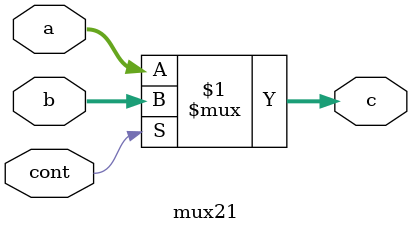
<source format=sv>
`timescale 1ns / 1ps


module mux21 #(parameter width=32)
(
input logic [width-1:0]a,b,
input logic cont,
output logic [width-1:0]c
    );
assign c=(cont?b:a);
endmodule

</source>
